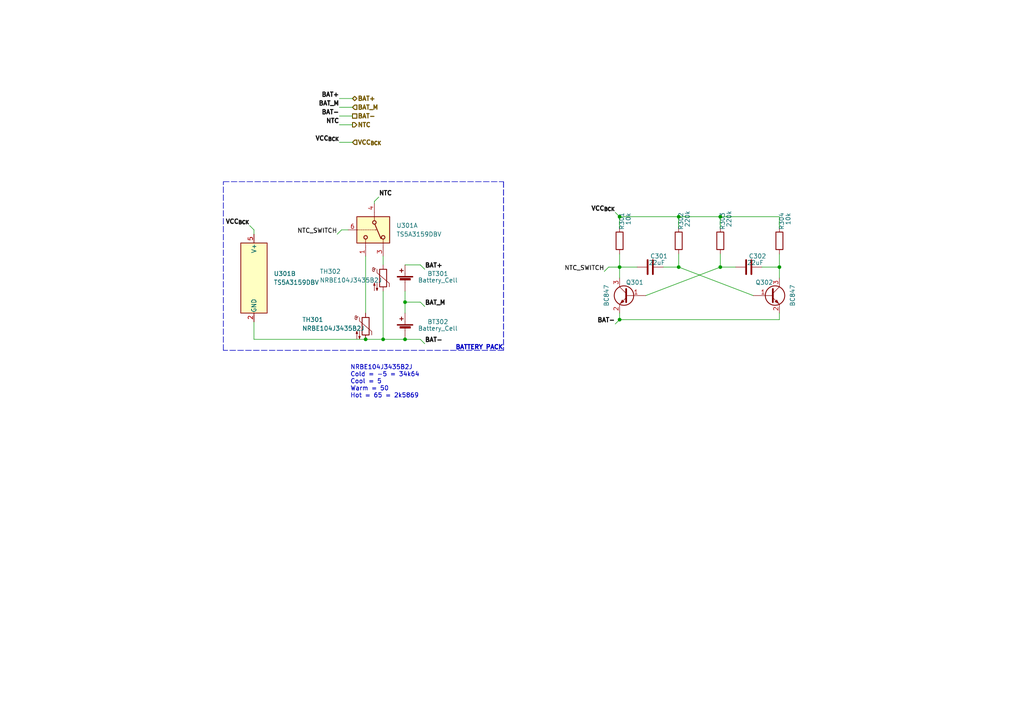
<source format=kicad_sch>
(kicad_sch (version 20211123) (generator eeschema)
  (paper "A4")
  (title_block (title "Power Unit - CanSat 2023") (date "2023-01-19") (rev "2022") (company "Project SkyFall") (comment 1 "David Haisman"))
  (lib_symbols
    (symbol "Analog_Switch:TS5A3159DBV" (pin_names (offset 0.127))
      (property "Reference" "U" (at -3.175 4.699 0))
      (property "Value" "TS5A3159DBV" (at -3.175 2.921 0))
      (symbol "TS5A3159DBV_1_1"
        (rectangle (start -3.81 1.905) (end 3.81 -7.62) (stroke (width 0.254)) (fill (type background)))
        (circle (center -2.159 -2.54) (radius 0.508) (stroke (width 0.254)))
        (polyline (pts (xy -5.08 -2.54) (xy -2.794 -2.54)))
        (polyline (pts (xy -1.651 -2.413) (xy 2.54 -0.635)) (stroke (width 0.254)))
        (polyline (pts (xy 0 -7.62) (xy 0 -7.112)))
        (polyline (pts (xy 0 -6.858) (xy 0 -6.604)))
        (polyline (pts (xy 0 -6.35) (xy 0 -6.096)))
        (polyline (pts (xy 0 -5.842) (xy 0 -5.588)))
        (polyline (pts (xy 0 -5.334) (xy 0 -5.08)))
        (polyline (pts (xy 0 -4.826) (xy 0 -4.572)))
        (polyline (pts (xy 0 -4.318) (xy 0 -4.064)))
        (polyline (pts (xy 0 -3.81) (xy 0 -3.556)))
        (polyline (pts (xy 0 -3.302) (xy 0 -3.048)))
        (polyline (pts (xy 0 -2.794) (xy 0 -2.54)))
        (polyline (pts (xy 0 -2.286) (xy 0 -2.032)))
        (polyline (pts (xy 0 -2.286) (xy 0 -2.032)))
        (polyline (pts (xy 5.08 -5.08) (xy 2.794 -5.08)))
        (polyline (pts (xy 5.08 0) (xy 2.794 0)))
        (circle (center 2.159 -5.08) (radius 0.508) (stroke (width 0.254)))
        (circle (center 2.159 0) (radius 0.508) (stroke (width 0.254)))
        (pin passive line (at 7.62 -5.08 180) (length 2.54) (name "~") (number "1"))
        (pin passive line (at 7.62 0 180) (length 2.54) (name "~") (number "3"))
        (pin passive line (at -7.62 -2.54 0) (length 2.54) (name "~") (number "4"))
        (pin input line (at 0 -10.16 90) (length 2.54) (name "~") (number "6"))
      )
      (symbol "TS5A3159DBV_2_0"
        (pin power_in line (at 0 -12.7 90) (length 2.54) (name "GND") (number "2"))
        (pin power_in line (at 0 12.7 270) (length 2.54) (name "V+") (number "5"))
      )
      (symbol "TS5A3159DBV_2_1"
        (rectangle (start -3.81 10.16) (end 3.81 -10.16) (stroke (width 0.254)) (fill (type background)))
      )
    )
    (symbol "Device:Battery_Cell" (pin_numbers hide) (pin_names (offset 0) hide)
      (property "Reference" "BT" (at 2.54 2.54 0))
      (property "Value" "Battery_Cell" (at 2.54 0 0))
      (symbol "Battery_Cell_0_1"
        (rectangle (start -2.286 1.778) (end 2.286 1.524) (fill (type outline)))
        (rectangle (start -1.5748 1.1938) (end 1.4732 0.6858) (fill (type outline)))
        (polyline (pts (xy 0 0.762) (xy 0 0)))
        (polyline (pts (xy 0 1.778) (xy 0 2.54)))
        (polyline (pts (xy 0.508 3.429) (xy 1.524 3.429)) (stroke (width 0.254)))
        (polyline (pts (xy 1.016 3.937) (xy 1.016 2.921)) (stroke (width 0.254)))
      )
      (symbol "Battery_Cell_1_1"
        (pin passive line (at 0 5.08 270) (length 2.54) (name "+") (number "1"))
        (pin passive line (at 0 -2.54 90) (length 2.54) (name "-") (number "2"))
      )
    )
    (symbol "Device:C" (pin_numbers hide) (pin_names (offset 0.254))
      (property "Reference" "C" (at 0.635 2.54 0))
      (property "Value" "C" (at 0.635 -2.54 0))
      (symbol "C_0_1"
        (polyline (pts (xy -2.032 -0.762) (xy 2.032 -0.762)) (stroke (width 0.508)))
        (polyline (pts (xy -2.032 0.762) (xy 2.032 0.762)) (stroke (width 0.508)))
      )
      (symbol "C_1_1"
        (pin passive line (at 0 3.81 270) (length 2.794) (name "~") (number "1"))
        (pin passive line (at 0 -3.81 90) (length 2.794) (name "~") (number "2"))
      )
    )
    (symbol "Device:R" (pin_numbers hide) (pin_names (offset 0))
      (property "Reference" "R" (at 2.032 0 90))
      (property "Value" "R" (at 0 0 90))
      (symbol "R_0_1"
        (rectangle (start -1.016 -2.54) (end 1.016 2.54) (stroke (width 0.254)))
      )
      (symbol "R_1_1"
        (pin passive line (at 0 3.81 270) (length 1.27) (name "~") (number "1"))
        (pin passive line (at 0 -3.81 90) (length 1.27) (name "~") (number "2"))
      )
    )
    (symbol "Device:Thermistor_NTC" (pin_numbers hide) (pin_names (offset 0))
      (property "Reference" "TH" (at -4.445 0 90))
      (property "Value" "Thermistor_NTC" (at 3.175 0 90))
      (symbol "Thermistor_NTC_0_1"
        (arc (start -3.048 2.159) (mid -3.0495 2.3143) (end -3.175 2.413))
        (arc (start -3.048 2.159) (mid -2.9736 1.9794) (end -2.794 1.905))
        (arc (start -3.048 2.794) (mid -2.9736 2.6144) (end -2.794 2.54))
        (arc (start -2.794 1.905) (mid -2.6144 1.9794) (end -2.54 2.159))
        (arc (start -2.794 2.54) (mid -2.4393 2.5587) (end -2.159 2.794))
        (arc (start -2.794 3.048) (mid -2.9736 2.9736) (end -3.048 2.794))
        (arc (start -2.54 2.794) (mid -2.6144 2.9736) (end -2.794 3.048))
        (rectangle (start -1.016 2.54) (end 1.016 -2.54) (stroke (width 0.254)))
        (polyline (pts (xy -2.54 2.159) (xy -2.54 2.794)))
        (polyline (pts (xy -1.778 2.54) (xy -1.778 1.524) (xy 1.778 -1.524) (xy 1.778 -2.54)))
        (polyline (pts (xy -2.54 -3.683) (xy -2.54 -1.397) (xy -2.794 -2.159) (xy -2.286 -2.159) (xy -2.54 -1.397) (xy -2.54 -1.651)) (fill (type outline)))
        (polyline (pts (xy -1.778 -1.397) (xy -1.778 -3.683) (xy -2.032 -2.921) (xy -1.524 -2.921) (xy -1.778 -3.683) (xy -1.778 -3.429)) (fill (type outline)))
      )
      (symbol "Thermistor_NTC_1_1"
        (pin passive line (at 0 3.81 270) (length 1.27) (name "~") (number "1"))
        (pin passive line (at 0 -3.81 90) (length 1.27) (name "~") (number "2"))
      )
    )
    (symbol "Transistor_BJT:BC847" (pin_names (offset 0) hide)
      (property "Reference" "Q" (at 5.08 1.905 0))
      (property "Value" "BC847" (at 5.08 0 0))
      (symbol "BC847_0_1"
        (polyline (pts (xy 0.635 0.635) (xy 2.54 2.54)))
        (polyline (pts (xy 0.635 -0.635) (xy 2.54 -2.54) (xy 2.54 -2.54)))
        (polyline (pts (xy 0.635 1.905) (xy 0.635 -1.905) (xy 0.635 -1.905)) (stroke (width 0.508)))
        (polyline (pts (xy 1.27 -1.778) (xy 1.778 -1.27) (xy 2.286 -2.286) (xy 1.27 -1.778) (xy 1.27 -1.778)) (fill (type outline)))
        (circle (center 1.27 0) (radius 2.8194) (stroke (width 0.254)))
      )
      (symbol "BC847_1_1"
        (pin input line (at -5.08 0 0) (length 5.715) (name "B") (number "1"))
        (pin passive line (at 2.54 -5.08 90) (length 2.54) (name "E") (number "2"))
        (pin passive line (at 2.54 5.08 270) (length 2.54) (name "C") (number "3"))
      )
    )
  )
  (junction (at 111.125 98.425))
  (junction (at 179.705 62.865))
  (junction (at 226.06 77.47))
  (junction (at 106.045 98.425))
  (junction (at 208.915 62.865))
  (junction (at 196.85 77.47))
  (junction (at 117.475 98.425))
  (junction (at 179.705 77.47))
  (junction (at 208.915 77.47))
  (junction (at 196.85 62.865))
  (junction (at 179.705 92.71))
  (junction (at 117.475 87.63))
  (wire (pts (xy 179.705 77.47) (xy 179.705 73.66)))
  (wire (pts (xy 73.66 67.945) (xy 73.66 66.675)))
  (wire (pts (xy 98.425 33.655) (xy 102.235 33.655)))
  (wire (pts (xy 106.045 98.425) (xy 111.125 98.425)))
  (wire (pts (xy 226.06 62.865) (xy 208.915 62.865)))
  (wire (pts (xy 226.06 90.805) (xy 226.06 92.71)))
  (wire (pts (xy 176.53 77.47) (xy 179.705 77.47)))
  (wire (pts (xy 73.66 98.425) (xy 106.045 98.425)))
  (wire (pts (xy 184.785 77.47) (xy 179.705 77.47)))
  (wire (pts (xy 226.06 80.645) (xy 226.06 77.47)))
  (wire (pts (xy 121.92 98.425) (xy 123.19 99.695)))
  (wire (pts (xy 179.705 92.71) (xy 178.435 93.98)))
  (polyline (pts (xy 64.77 101.6) (xy 64.77 52.705)))
  (polyline (pts (xy 64.77 101.6) (xy 64.77 52.705)))
  (wire (pts (xy 99.06 66.675) (xy 97.79 67.945)))
  (wire (pts (xy 108.585 59.055) (xy 108.585 58.42)))
  (wire (pts (xy 196.85 62.865) (xy 196.85 66.04)))
  (wire (pts (xy 176.53 77.47) (xy 175.26 78.74)))
  (wire (pts (xy 98.425 41.275) (xy 102.235 41.275)))
  (wire (pts (xy 117.475 87.63) (xy 117.475 90.805)))
  (wire (pts (xy 196.85 77.47) (xy 218.44 85.725)))
  (wire (pts (xy 111.125 74.295) (xy 111.125 76.835)))
  (wire (pts (xy 123.19 78.105) (xy 121.92 76.835)))
  (wire (pts (xy 72.39 65.405) (xy 73.66 66.675)))
  (polyline (pts (xy 64.77 52.705) (xy 146.05 52.705)))
  (polyline (pts (xy 64.77 52.705) (xy 146.05 52.705)))
  (wire (pts (xy 226.06 77.47) (xy 226.06 73.66)))
  (wire (pts (xy 196.85 73.66) (xy 196.85 77.47)))
  (wire (pts (xy 73.66 98.425) (xy 73.66 93.345)))
  (wire (pts (xy 196.85 77.47) (xy 192.405 77.47)))
  (wire (pts (xy 208.915 62.865) (xy 208.915 66.04)))
  (wire (pts (xy 220.98 77.47) (xy 226.06 77.47)))
  (wire (pts (xy 102.235 31.115) (xy 98.425 31.115)))
  (wire (pts (xy 117.475 84.455) (xy 117.475 87.63)))
  (wire (pts (xy 117.475 87.63) (xy 121.92 87.63)))
  (wire (pts (xy 179.705 92.71) (xy 179.705 90.805)))
  (wire (pts (xy 111.125 84.455) (xy 111.125 98.425)))
  (wire (pts (xy 121.92 76.835) (xy 117.475 76.835)))
  (wire (pts (xy 98.425 28.575) (xy 102.235 28.575)))
  (wire (pts (xy 121.92 87.63) (xy 123.19 88.9)))
  (wire (pts (xy 106.045 90.805) (xy 106.045 74.295)))
  (wire (pts (xy 208.915 77.47) (xy 213.36 77.47)))
  (wire (pts (xy 117.475 98.425) (xy 121.92 98.425)))
  (wire (pts (xy 208.915 77.47) (xy 187.325 85.725)))
  (wire (pts (xy 179.705 80.645) (xy 179.705 77.47)))
  (polyline (pts (xy 146.05 52.705) (xy 146.05 101.6)))
  (polyline (pts (xy 146.05 52.705) (xy 146.05 101.6)))
  (wire (pts (xy 179.705 66.04) (xy 179.705 62.865)))
  (wire (pts (xy 179.705 62.865) (xy 196.85 62.865)))
  (wire (pts (xy 208.915 73.66) (xy 208.915 77.47)))
  (wire (pts (xy 111.125 98.425) (xy 117.475 98.425)))
  (wire (pts (xy 100.965 66.675) (xy 99.06 66.675)))
  (wire (pts (xy 226.06 66.04) (xy 226.06 62.865)))
  (polyline (pts (xy 146.05 101.6) (xy 64.77 101.6)))
  (polyline (pts (xy 146.05 101.6) (xy 64.77 101.6)))
  (wire (pts (xy 226.06 92.71) (xy 179.705 92.71)))
  (wire (pts (xy 108.585 58.42) (xy 109.855 57.15)))
  (wire (pts (xy 98.425 36.195) (xy 102.235 36.195)))
  (wire (pts (xy 196.85 62.865) (xy 208.915 62.865)))
  (wire (pts (xy 178.435 61.595) (xy 179.705 62.865)))
  (text "BATTERY PACK\n" (at 146.05 101.6 180) (effects (font (size 1.27 1.27) (thickness 0.254) bold) (justify right bottom)))
  (text "BATTERY PACK\n" (at 146.05 101.6 180) (effects (font (size 1.27 1.27) (thickness 0.254) bold) (justify right bottom)))
  (text "NRBE104J3435B2J\nCold = -5 = 34k64\nCool = 5\nWarm = 50\nHot = 65 = 2k5869 " (at 101.6 115.57 0) (effects (font (size 1.27 1.27)) (justify left bottom)))
  (text "NRBE104J3435B2J\nCold = -5 = 34k64\nCool = 5\nWarm = 50\nHot = 65 = 2k5869 " (at 101.6 115.57 0) (effects (font (size 1.27 1.27)) (justify left bottom)))
  (label "BAT+" (at 123.19 78.105 0) (effects (font (thickness 0.254) bold)))
  (label "BAT+" (at 123.19 78.105 0) (effects (font (thickness 0.254) bold)))
  (label "NTC_SWITCH" (at 97.79 67.945 180))
  (label "NTC_SWITCH" (at 97.79 67.945 180))
  (label "BAT-" (at 123.19 99.695 0) (effects (font (thickness 0.254) bold)))
  (label "BAT-" (at 123.19 99.695 0) (effects (font (thickness 0.254) bold)))
  (label "VCC_{BCK}" (at 98.425 41.275 180) (effects (font (thickness 0.254) bold)))
  (label "VCC_{BCK}" (at 98.425 41.275 180) (effects (font (thickness 0.254) bold)))
  (label "BAT+" (at 98.425 28.575 180) (effects (font (thickness 0.254) bold)))
  (label "BAT+" (at 98.425 28.575 180) (effects (font (thickness 0.254) bold)))
  (label "NTC_SWITCH" (at 175.26 78.74 180))
  (label "NTC_SWITCH" (at 175.26 78.74 180))
  (label "BAT-" (at 98.425 33.655 180) (effects (font (thickness 0.254) bold)))
  (label "BAT-" (at 98.425 33.655 180) (effects (font (thickness 0.254) bold)))
  (label "BAT-" (at 178.435 93.98 180) (effects (font (thickness 0.254) bold)))
  (label "BAT-" (at 178.435 93.98 180) (effects (font (thickness 0.254) bold)))
  (label "BAT_M" (at 98.425 31.115 180) (effects (font (thickness 0.254) bold)))
  (label "BAT_M" (at 98.425 31.115 180) (effects (font (thickness 0.254) bold)))
  (label "VCC_{BCK}" (at 72.39 65.405 180) (effects (font (thickness 0.254) bold)))
  (label "VCC_{BCK}" (at 72.39 65.405 180) (effects (font (thickness 0.254) bold)))
  (label "VCC_{BCK}" (at 178.435 61.595 180) (effects (font (thickness 0.254) bold)))
  (label "VCC_{BCK}" (at 178.435 61.595 180) (effects (font (thickness 0.254) bold)))
  (label "NTC" (at 98.425 36.195 180) (effects (font bold)))
  (label "NTC" (at 98.425 36.195 180) (effects (font bold)))
  (label "BAT_M" (at 123.19 88.9 0) (effects (font (thickness 0.254) bold)))
  (label "BAT_M" (at 123.19 88.9 0) (effects (font (thickness 0.254) bold)))
  (label "NTC" (at 109.855 57.15 0) (effects (font bold)))
  (label "NTC" (at 109.855 57.15 0) (effects (font bold)))
  (hierarchical_label "BAT-" (shape passive) (at 102.235 33.655 0) (effects (font bold)))
  (hierarchical_label "BAT-" (shape passive) (at 102.235 33.655 0) (effects (font bold)))
  (hierarchical_label "VCC_{BCK}" (shape input) (at 102.235 41.275 0) (effects (font (thickness 0.254) bold)))
  (hierarchical_label "VCC_{BCK}" (shape input) (at 102.235 41.275 0) (effects (font (thickness 0.254) bold)))
  (hierarchical_label "BAT_M" (shape input) (at 102.235 31.115 0) (effects (font bold)))
  (hierarchical_label "BAT_M" (shape input) (at 102.235 31.115 0) (effects (font bold)))
  (hierarchical_label "BAT+" (shape bidirectional) (at 102.235 28.575 0) (effects (font bold)))
  (hierarchical_label "BAT+" (shape bidirectional) (at 102.235 28.575 0) (effects (font bold)))
  (hierarchical_label "NTC" (shape output) (at 102.235 36.195 0) (effects (font bold)))
  (hierarchical_label "NTC" (shape output) (at 102.235 36.195 0) (effects (font bold)))
  (symbol (lib_id "Analog_Switch:TS5A3159DBV") (at 73.66 80.645 0) (unit 2)
    (property "Reference" "U301" (at 79.375 79.3749 0) (effects (justify left)))
    (property "Value" "TS5A3159DBV" (at 79.375 81.9149 0) (effects (justify left)))
    (property "Footprint" "Package_TO_SOT_SMD:SOT-23-6" (effects hide))
    (property "Datasheet" "http://www.ti.com/lit/ds/symlink/ts5a3159.pdf" (effects hide))
  )
  (symbol (lib_id "Device:Battery_Cell") (at 117.475 95.885 0) (mirror y) (unit 1)
    (property "Reference" "BT302" (at 127 93.345 0))
    (property "Value" "Battery_Cell" (at 127 95.25 0))
    (property "Footprint" "Connector_JST:JST_PH_B2B-PH-K_1x02_P2.00mm_Vertical" (effects hide))
  )
  (symbol (lib_id "Device:R") (at 226.06 69.85 180) (unit 1)
    (property "Reference" "R304" (at 226.695 64.135 90))
    (property "Value" "10k" (at 228.6 63.5 90))
    (property "Footprint" "Resistor_SMD:R_0805_2012Metric" (effects hide))
  )
  (symbol (lib_id "Analog_Switch:TS5A3159DBV") (at 111.125 66.675 270) (unit 1)
    (property "Reference" "U301" (at 114.935 65.4049 90) (effects (justify left)))
    (property "Value" "TS5A3159DBV" (at 114.935 67.9449 90) (effects (justify left)))
    (property "Footprint" "Package_TO_SOT_SMD:SOT-23-6" (effects hide))
    (property "Datasheet" "http://www.ti.com/lit/ds/symlink/ts5a3159.pdf" (effects hide))
  )
  (symbol (lib_id "Transistor_BJT:BC847") (at 223.52 85.725 0) (unit 1)
    (property "Reference" "Q302" (at 219.075 81.915 0) (effects (justify left)))
    (property "Value" "BC847" (at 229.87 88.9 90) (effects (justify left)))
    (property "Footprint" "Package_TO_SOT_SMD:SOT-23" (effects hide))
    (property "Datasheet" "http://www.infineon.com/dgdl/Infineon-BC847SERIES_BC848SERIES_BC849SERIES_BC850SERIES-DS-v01_01-en.pdf?fileId=db3a304314dca389011541d4630a1657" (effects hide))
  )
  (symbol (lib_id "Device:Thermistor_NTC") (at 111.125 80.645 0) (unit 1)
    (property "Reference" "TH302" (at 92.71 78.74 0) (effects (justify left)))
    (property "Value" "NRBE104J3435B2J" (at 92.71 81.28 0) (effects (justify left)))
    (property "Footprint" "Connector_Molex:Molex_PicoBlade_53047-0210_1x02_P1.25mm_Vertical" (effects hide))
  )
  (symbol (lib_id "Device:C") (at 188.595 77.47 90) (unit 1)
    (property "Reference" "C301" (at 191.135 74.295 90))
    (property "Value" "22uF" (at 190.5 76.2 90))
    (property "Footprint" "Capacitor_SMD:C_0805_2012Metric" (effects hide))
  )
  (symbol (lib_id "Device:Thermistor_NTC") (at 106.045 94.615 0) (unit 1)
    (property "Reference" "TH301" (at 87.63 92.71 0) (effects (justify left)))
    (property "Value" "NRBE104J3435B2J" (at 87.63 95.25 0) (effects (justify left)))
    (property "Footprint" "Connector_Molex:Molex_PicoBlade_53047-0210_1x02_P1.25mm_Vertical" (effects hide))
  )
  (symbol (lib_id "Transistor_BJT:BC847") (at 182.245 85.725 0) (mirror y) (unit 1)
    (property "Reference" "Q301" (at 186.69 81.915 0) (effects (justify left)))
    (property "Value" "BC847" (at 175.895 88.9 90) (effects (justify left)))
    (property "Footprint" "Package_TO_SOT_SMD:SOT-23" (effects hide))
    (property "Datasheet" "http://www.infineon.com/dgdl/Infineon-BC847SERIES_BC848SERIES_BC849SERIES_BC850SERIES-DS-v01_01-en.pdf?fileId=db3a304314dca389011541d4630a1657" (effects hide))
  )
  (symbol (lib_id "Device:R") (at 208.915 69.85 180) (unit 1)
    (property "Reference" "R303" (at 209.55 64.135 90))
    (property "Value" "220k" (at 211.455 63.5 90))
    (property "Footprint" "Resistor_SMD:R_0805_2012Metric" (effects hide))
  )
  (symbol (lib_id "Device:R") (at 179.705 69.85 180) (unit 1)
    (property "Reference" "R301" (at 180.34 64.135 90))
    (property "Value" "10k" (at 182.245 63.5 90))
    (property "Footprint" "Resistor_SMD:R_0805_2012Metric" (effects hide))
  )
  (symbol (lib_id "Device:Battery_Cell") (at 117.475 81.915 0) (mirror y) (unit 1)
    (property "Reference" "BT301" (at 127 79.375 0))
    (property "Value" "Battery_Cell" (at 127 81.28 0))
    (property "Footprint" "Connector_JST:JST_PH_B2B-PH-K_1x02_P2.00mm_Vertical" (effects hide))
  )
  (symbol (lib_id "Device:C") (at 217.17 77.47 90) (unit 1)
    (property "Reference" "C302" (at 219.71 74.295 90))
    (property "Value" "22uF" (at 219.075 76.2 90))
    (property "Footprint" "Capacitor_SMD:C_0805_2012Metric" (effects hide))
  )
  (symbol (lib_id "Device:R") (at 196.85 69.85 180) (unit 1)
    (property "Reference" "R302" (at 197.485 64.135 90))
    (property "Value" "220k" (at 199.39 63.5 90))
    (property "Footprint" "Resistor_SMD:R_0805_2012Metric" (effects hide))
  )
)
</source>
